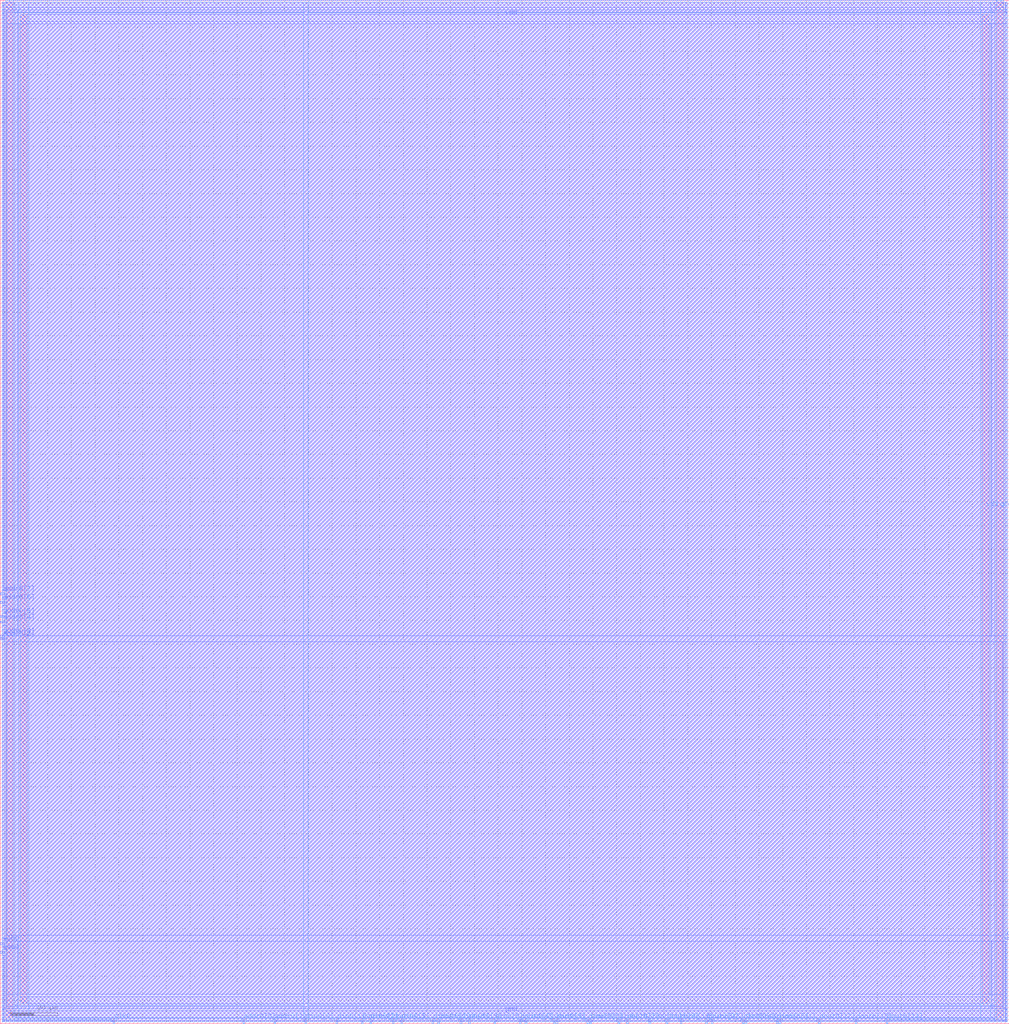
<source format=lef>
VERSION 5.4 ;
NAMESCASESENSITIVE ON ;
BUSBITCHARS "[]" ;
DIVIDERCHAR "/" ;
UNITS
  DATABASE MICRONS 2000 ;
END UNITS
MACRO pool2_rm_sram_16_256_sky130A
   CLASS BLOCK ;
   SIZE 425.57 BY 431.52 ;
   SYMMETRY X Y R90 ;
   PIN din0[0]
      DIRECTION INPUT ;
      PORT
         LAYER m4 ;
         RECT  128.52 0.0 129.26 1.93 ;
      END
   END din0[0]
   PIN din0[1]
      DIRECTION INPUT ;
      PORT
         LAYER m4 ;
         RECT  141.61 0.0 142.35 1.93 ;
      END
   END din0[1]
   PIN din0[2]
      DIRECTION INPUT ;
      PORT
         LAYER m4 ;
         RECT  155.89 0.0 156.63 1.93 ;
      END
   END din0[2]
   PIN din0[3]
      DIRECTION INPUT ;
      PORT
         LAYER m4 ;
         RECT  168.98 0.0 169.72 1.93 ;
      END
   END din0[3]
   PIN din0[4]
      DIRECTION INPUT ;
      PORT
         LAYER m4 ;
         RECT  182.07 0.0 182.81 1.93 ;
      END
   END din0[4]
   PIN din0[5]
      DIRECTION INPUT ;
      PORT
         LAYER m4 ;
         RECT  193.97 0.0 194.71 1.93 ;
      END
   END din0[5]
   PIN din0[6]
      DIRECTION INPUT ;
      PORT
         LAYER m4 ;
         RECT  208.25 0.0 208.99 1.93 ;
      END
   END din0[6]
   PIN din0[7]
      DIRECTION INPUT ;
      PORT
         LAYER m4 ;
         RECT  221.34 0.0 222.08 1.93 ;
      END
   END din0[7]
   PIN din0[8]
      DIRECTION INPUT ;
      PORT
         LAYER m4 ;
         RECT  234.43 0.0 235.17 1.93 ;
      END
   END din0[8]
   PIN din0[9]
      DIRECTION INPUT ;
      PORT
         LAYER m4 ;
         RECT  247.52 0.0 248.26 1.93 ;
      END
   END din0[9]
   PIN din0[10]
      DIRECTION INPUT ;
      PORT
         LAYER m4 ;
         RECT  260.61 0.0 261.35 1.93 ;
      END
   END din0[10]
   PIN din0[11]
      DIRECTION INPUT ;
      PORT
         LAYER m4 ;
         RECT  273.7 0.0 274.44 1.93 ;
      END
   END din0[11]
   PIN din0[12]
      DIRECTION INPUT ;
      PORT
         LAYER m4 ;
         RECT  286.79 0.0 287.53 1.93 ;
      END
   END din0[12]
   PIN din0[13]
      DIRECTION INPUT ;
      PORT
         LAYER m4 ;
         RECT  299.88 0.0 300.62 1.93 ;
      END
   END din0[13]
   PIN din0[14]
      DIRECTION INPUT ;
      PORT
         LAYER m4 ;
         RECT  312.97 0.0 313.71 1.93 ;
      END
   END din0[14]
   PIN din0[15]
      DIRECTION INPUT ;
      PORT
         LAYER m4 ;
         RECT  327.25 0.0 327.99 1.93 ;
      END
   END din0[15]
   PIN addr0[0]
      DIRECTION INPUT ;
      PORT
         LAYER m4 ;
         RECT  102.34 0.0 103.08 1.93 ;
      END
   END addr0[0]
   PIN addr0[1]
      DIRECTION INPUT ;
      PORT
         LAYER m4 ;
         RECT  115.43 0.0 116.17 1.93 ;
      END
   END addr0[1]
   PIN addr0[2]
      DIRECTION INPUT ;
      PORT
         LAYER m3 ;
         RECT  0.0 161.84 1.93 162.58 ;
      END
   END addr0[2]
   PIN addr0[3]
      DIRECTION INPUT ;
      PORT
         LAYER m3 ;
         RECT  0.0 163.03 1.93 163.77 ;
      END
   END addr0[3]
   PIN addr0[4]
      DIRECTION INPUT ;
      PORT
         LAYER m3 ;
         RECT  0.0 168.98 1.93 169.72 ;
      END
   END addr0[4]
   PIN addr0[5]
      DIRECTION INPUT ;
      PORT
         LAYER m3 ;
         RECT  0.0 171.36 1.93 172.1 ;
      END
   END addr0[5]
   PIN addr0[6]
      DIRECTION INPUT ;
      PORT
         LAYER m3 ;
         RECT  0.0 177.31 1.93 178.05 ;
      END
   END addr0[6]
   PIN addr0[7]
      DIRECTION INPUT ;
      PORT
         LAYER m3 ;
         RECT  0.0 180.88 1.93 181.62 ;
      END
   END addr0[7]
   PIN csb0
      DIRECTION INPUT ;
      PORT
         LAYER m3 ;
         RECT  0.0 29.75 1.93 30.49 ;
      END
   END csb0
   PIN web0
      DIRECTION INPUT ;
      PORT
         LAYER m3 ;
         RECT  0.0 33.32 1.93 34.06 ;
      END
   END web0
   PIN clk0
      DIRECTION INPUT ;
      PORT
         LAYER m4 ;
         RECT  47.6 0.0 48.34 1.93 ;
      END
   END clk0
   PIN dout0[0]
      DIRECTION OUTPUT ;
      PORT
         LAYER m4 ;
         RECT  152.32 0.0 153.06 1.93 ;
      END
   END dout0[0]
   PIN dout0[1]
      DIRECTION OUTPUT ;
      PORT
         LAYER m4 ;
         RECT  165.41 0.0 166.15 1.93 ;
      END
   END dout0[1]
   PIN dout0[2]
      DIRECTION OUTPUT ;
      PORT
         LAYER m4 ;
         RECT  184.45 0.0 185.19 1.93 ;
      END
   END dout0[2]
   PIN dout0[3]
      DIRECTION OUTPUT ;
      PORT
         LAYER m4 ;
         RECT  197.54 0.0 198.28 1.93 ;
      END
   END dout0[3]
   PIN dout0[4]
      DIRECTION OUTPUT ;
      PORT
         LAYER m4 ;
         RECT  218.96 0.0 219.7 1.93 ;
      END
   END dout0[4]
   PIN dout0[5]
      DIRECTION OUTPUT ;
      PORT
         LAYER m4 ;
         RECT  233.24 0.0 233.98 1.93 ;
      END
   END dout0[5]
   PIN dout0[6]
      DIRECTION OUTPUT ;
      PORT
         LAYER m4 ;
         RECT  248.71 0.0 249.45 1.93 ;
      END
   END dout0[6]
   PIN dout0[7]
      DIRECTION OUTPUT ;
      PORT
         LAYER m4 ;
         RECT  264.18 0.0 264.92 1.93 ;
      END
   END dout0[7]
   PIN dout0[8]
      DIRECTION OUTPUT ;
      PORT
         LAYER m4 ;
         RECT  280.84 0.0 281.58 1.93 ;
      END
   END dout0[8]
   PIN dout0[9]
      DIRECTION OUTPUT ;
      PORT
         LAYER m4 ;
         RECT  297.5 0.0 298.24 1.93 ;
      END
   END dout0[9]
   PIN dout0[10]
      DIRECTION OUTPUT ;
      PORT
         LAYER m4 ;
         RECT  314.16 0.0 314.9 1.93 ;
      END
   END dout0[10]
   PIN dout0[11]
      DIRECTION OUTPUT ;
      PORT
         LAYER m4 ;
         RECT  328.44 0.0 329.18 1.93 ;
      END
   END dout0[11]
   PIN dout0[12]
      DIRECTION OUTPUT ;
      PORT
         LAYER m4 ;
         RECT  345.1 0.0 345.84 1.93 ;
      END
   END dout0[12]
   PIN dout0[13]
      DIRECTION OUTPUT ;
      PORT
         LAYER m4 ;
         RECT  360.57 0.0 361.31 1.93 ;
      END
   END dout0[13]
   PIN dout0[14]
      DIRECTION OUTPUT ;
      PORT
         LAYER m4 ;
         RECT  373.66 0.0 374.4 1.93 ;
      END
   END dout0[14]
   PIN dout0[15]
      DIRECTION OUTPUT ;
      PORT
         LAYER m3 ;
         RECT  423.64 35.7 425.57 36.44 ;
      END
   END dout0[15]
   PIN vdd
      DIRECTION INOUT ;
      USE POWER ; 
      SHAPE ABUTMENT ; 
      PORT
         LAYER m3 ;
         RECT  8.33 8.33 417.24 11.45 ;
         LAYER m3 ;
         RECT  8.33 422.45 417.24 425.57 ;
         LAYER m4 ;
         RECT  8.33 8.33 11.45 425.57 ;
         LAYER m4 ;
         RECT  414.12 8.33 417.24 425.57 ;
      END
   END vdd
   PIN gnd
      DIRECTION INOUT ;
      USE GROUND ; 
      SHAPE ABUTMENT ; 
      PORT
         LAYER m4 ;
         RECT  2.38 2.38 5.5 431.52 ;
         LAYER m3 ;
         RECT  2.38 428.4 423.19 431.52 ;
         LAYER m4 ;
         RECT  420.07 2.38 423.19 431.52 ;
         LAYER m3 ;
         RECT  2.38 2.38 423.19 5.5 ;
      END
   END gnd
   OBS
   LAYER  m1 ;
      RECT  0.91 0.91 424.66 430.61 ;
   LAYER  m2 ;
      RECT  0.91 0.91 424.66 430.61 ;
   LAYER  m3 ;
      RECT  2.83 160.94 424.66 163.48 ;
      RECT  0.91 164.67 2.83 168.08 ;
      RECT  0.91 173.0 2.83 176.41 ;
      RECT  0.91 178.95 2.83 179.98 ;
      RECT  0.91 31.39 2.83 32.42 ;
      RECT  0.91 34.96 2.83 160.94 ;
      RECT  2.83 34.8 422.74 37.34 ;
      RECT  2.83 37.34 422.74 160.94 ;
      RECT  422.74 37.34 424.66 160.94 ;
      RECT  2.83 7.43 7.43 12.35 ;
      RECT  2.83 12.35 7.43 34.8 ;
      RECT  7.43 12.35 418.14 34.8 ;
      RECT  418.14 7.43 422.74 12.35 ;
      RECT  418.14 12.35 422.74 34.8 ;
      RECT  2.83 163.48 7.43 421.55 ;
      RECT  2.83 421.55 7.43 426.47 ;
      RECT  7.43 163.48 418.14 421.55 ;
      RECT  418.14 163.48 424.66 421.55 ;
      RECT  418.14 421.55 424.66 426.47 ;
      RECT  0.91 182.52 1.48 427.5 ;
      RECT  0.91 427.5 1.48 430.61 ;
      RECT  1.48 182.52 2.83 427.5 ;
      RECT  2.83 426.47 7.43 427.5 ;
      RECT  7.43 426.47 418.14 427.5 ;
      RECT  418.14 426.47 424.09 427.5 ;
      RECT  424.09 426.47 424.66 427.5 ;
      RECT  424.09 427.5 424.66 430.61 ;
      RECT  0.91 0.91 1.48 1.48 ;
      RECT  0.91 1.48 1.48 6.4 ;
      RECT  0.91 6.4 1.48 28.85 ;
      RECT  1.48 0.91 2.83 1.48 ;
      RECT  1.48 6.4 2.83 28.85 ;
      RECT  422.74 0.91 424.09 1.48 ;
      RECT  422.74 6.4 424.09 34.8 ;
      RECT  424.09 0.91 424.66 1.48 ;
      RECT  424.09 1.48 424.66 6.4 ;
      RECT  424.09 6.4 424.66 34.8 ;
      RECT  2.83 0.91 7.43 1.48 ;
      RECT  2.83 6.4 7.43 7.43 ;
      RECT  7.43 0.91 418.14 1.48 ;
      RECT  7.43 6.4 418.14 7.43 ;
      RECT  418.14 0.91 422.74 1.48 ;
      RECT  418.14 6.4 422.74 7.43 ;
   LAYER  m4 ;
      RECT  127.92 2.53 129.86 430.61 ;
      RECT  129.86 0.91 141.01 2.53 ;
      RECT  170.32 0.91 181.47 2.53 ;
      RECT  235.77 0.91 246.92 2.53 ;
      RECT  301.22 0.91 312.37 2.53 ;
      RECT  103.68 0.91 114.83 2.53 ;
      RECT  116.77 0.91 127.92 2.53 ;
      RECT  48.94 0.91 101.74 2.53 ;
      RECT  142.95 0.91 151.72 2.53 ;
      RECT  153.66 0.91 155.29 2.53 ;
      RECT  157.23 0.91 164.81 2.53 ;
      RECT  166.75 0.91 168.38 2.53 ;
      RECT  183.41 0.91 183.85 2.53 ;
      RECT  185.79 0.91 193.37 2.53 ;
      RECT  195.31 0.91 196.94 2.53 ;
      RECT  198.88 0.91 207.65 2.53 ;
      RECT  209.59 0.91 218.36 2.53 ;
      RECT  220.3 0.91 220.74 2.53 ;
      RECT  222.68 0.91 232.64 2.53 ;
      RECT  250.05 0.91 260.01 2.53 ;
      RECT  261.95 0.91 263.58 2.53 ;
      RECT  265.52 0.91 273.1 2.53 ;
      RECT  275.04 0.91 280.24 2.53 ;
      RECT  282.18 0.91 286.19 2.53 ;
      RECT  288.13 0.91 296.9 2.53 ;
      RECT  298.84 0.91 299.28 2.53 ;
      RECT  315.5 0.91 326.65 2.53 ;
      RECT  329.78 0.91 344.5 2.53 ;
      RECT  346.44 0.91 359.97 2.53 ;
      RECT  361.91 0.91 373.06 2.53 ;
      RECT  7.73 2.53 12.05 7.73 ;
      RECT  7.73 426.17 12.05 430.61 ;
      RECT  12.05 2.53 127.92 7.73 ;
      RECT  12.05 7.73 127.92 426.17 ;
      RECT  12.05 426.17 127.92 430.61 ;
      RECT  129.86 2.53 413.52 7.73 ;
      RECT  129.86 7.73 413.52 426.17 ;
      RECT  129.86 426.17 413.52 430.61 ;
      RECT  413.52 2.53 417.84 7.73 ;
      RECT  413.52 426.17 417.84 430.61 ;
      RECT  0.91 0.91 1.78 1.78 ;
      RECT  0.91 1.78 1.78 2.53 ;
      RECT  1.78 0.91 6.1 1.78 ;
      RECT  6.1 0.91 47.0 1.78 ;
      RECT  6.1 1.78 47.0 2.53 ;
      RECT  0.91 2.53 1.78 7.73 ;
      RECT  6.1 2.53 7.73 7.73 ;
      RECT  0.91 7.73 1.78 426.17 ;
      RECT  6.1 7.73 7.73 426.17 ;
      RECT  0.91 426.17 1.78 430.61 ;
      RECT  6.1 426.17 7.73 430.61 ;
      RECT  375.0 0.91 419.47 1.78 ;
      RECT  375.0 1.78 419.47 2.53 ;
      RECT  419.47 0.91 423.79 1.78 ;
      RECT  423.79 0.91 424.66 1.78 ;
      RECT  423.79 1.78 424.66 2.53 ;
      RECT  417.84 2.53 419.47 7.73 ;
      RECT  423.79 2.53 424.66 7.73 ;
      RECT  417.84 7.73 419.47 426.17 ;
      RECT  423.79 7.73 424.66 426.17 ;
      RECT  417.84 426.17 419.47 430.61 ;
      RECT  423.79 426.17 424.66 430.61 ;
   END
END    pool2_rm_sram_16_256_sky130A
END    LIBRARY

</source>
